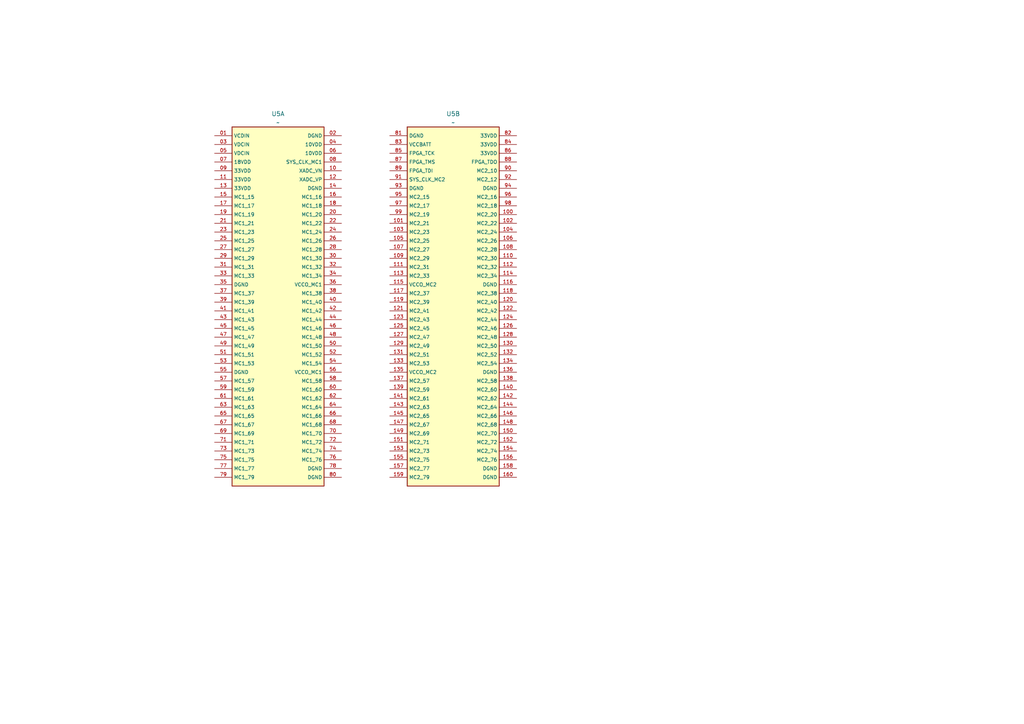
<source format=kicad_sch>
(kicad_sch (version 20231120) (generator "eeschema") (generator_version "8.0")
  (paper "A4")
  (lib_symbols
    (symbol "AVLSI:opal_kelly_XEM7310_header"
      (property "Reference" "U" (at -6.858 52.07 0))
      (symbol "opal_kelly_XEM7310_header_0_0"
        (rectangle (start -12.7 50.8) (end 13.97 -53.34) (stroke (width 0.254)) (fill (type background)))
      )
      (symbol "opal_kelly_XEM7310_header_1_0"
        (pin passive line (at -17.78 48.26 0) (length 5.08) (name "VCDIN") (number "01"))
        (pin passive line (at 19.05 48.26 180) (length 5.08) (name "DGND") (number "02"))
        (pin passive line (at -17.78 45.72 0) (length 5.08) (name "VDCIN") (number "03"))
        (pin passive line (at 19.05 45.72 180) (length 5.08) (name "10VDD") (number "04"))
        (pin passive line (at -17.78 43.18 0) (length 5.08) (name "VDCIN") (number "05"))
        (pin passive line (at 19.05 43.18 180) (length 5.08) (name "10VDD") (number "06"))
        (pin passive line (at -17.78 40.64 0) (length 5.08) (name "18VDD") (number "07"))
        (pin passive line (at 19.05 40.64 180) (length 5.08) (name "SYS_CLK_MC1") (number "08"))
        (pin passive line (at -17.78 38.1 0) (length 5.08) (name "33VDD") (number "09"))
        (pin passive line (at 19.05 38.1 180) (length 5.08) (name "XADC_VN") (number "10"))
        (pin passive line (at -17.78 35.56 0) (length 5.08) (name "33VDD") (number "11"))
        (pin passive line (at 19.05 35.56 180) (length 5.08) (name "XADC_VP") (number "12"))
        (pin passive line (at -17.78 33.02 0) (length 5.08) (name "33VDD") (number "13"))
        (pin passive line (at 19.05 33.02 180) (length 5.08) (name "DGND") (number "14"))
        (pin passive line (at -17.78 30.48 0) (length 5.08) (name "MC1_15") (number "15"))
        (pin passive line (at 19.05 30.48 180) (length 5.08) (name "MC1_16") (number "16"))
        (pin passive line (at -17.78 27.94 0) (length 5.08) (name "MC1_17") (number "17"))
        (pin passive line (at 19.05 27.94 180) (length 5.08) (name "MC1_18") (number "18"))
        (pin passive line (at -17.78 25.4 0) (length 5.08) (name "MC1_19") (number "19"))
        (pin passive line (at 19.05 25.4 180) (length 5.08) (name "MC1_20") (number "20"))
        (pin passive line (at -17.78 22.86 0) (length 5.08) (name "MC1_21") (number "21"))
        (pin passive line (at 19.05 22.86 180) (length 5.08) (name "MC1_22") (number "22"))
        (pin passive line (at -17.78 20.32 0) (length 5.08) (name "MC1_23") (number "23"))
        (pin passive line (at 19.05 20.32 180) (length 5.08) (name "MC1_24") (number "24"))
        (pin passive line (at -17.78 17.78 0) (length 5.08) (name "MC1_25") (number "25"))
        (pin passive line (at 19.05 17.78 180) (length 5.08) (name "MC1_26") (number "26"))
        (pin passive line (at -17.78 15.24 0) (length 5.08) (name "MC1_27") (number "27"))
        (pin passive line (at 19.05 15.24 180) (length 5.08) (name "MC1_28") (number "28"))
        (pin passive line (at -17.78 12.7 0) (length 5.08) (name "MC1_29") (number "29"))
        (pin passive line (at 19.05 12.7 180) (length 5.08) (name "MC1_30") (number "30"))
        (pin passive line (at -17.78 10.16 0) (length 5.08) (name "MC1_31") (number "31"))
        (pin passive line (at 19.05 10.16 180) (length 5.08) (name "MC1_32") (number "32"))
        (pin passive line (at -17.78 7.62 0) (length 5.08) (name "MC1_33") (number "33"))
        (pin passive line (at 19.05 7.62 180) (length 5.08) (name "MC1_34") (number "34"))
        (pin passive line (at -17.78 5.08 0) (length 5.08) (name "DGND") (number "35"))
        (pin passive line (at 19.05 5.08 180) (length 5.08) (name "VCCO_MC1") (number "36"))
        (pin passive line (at -17.78 2.54 0) (length 5.08) (name "MC1_37") (number "37"))
        (pin passive line (at 19.05 2.54 180) (length 5.08) (name "MC1_38") (number "38"))
        (pin passive line (at -17.78 0 0) (length 5.08) (name "MC1_39") (number "39"))
        (pin passive line (at 19.05 0 180) (length 5.08) (name "MC1_40") (number "40"))
        (pin passive line (at -17.78 -2.54 0) (length 5.08) (name "MC1_41") (number "41"))
        (pin passive line (at 19.05 -2.54 180) (length 5.08) (name "MC1_42") (number "42"))
        (pin passive line (at -17.78 -5.08 0) (length 5.08) (name "MC1_43") (number "43"))
        (pin passive line (at 19.05 -5.08 180) (length 5.08) (name "MC1_44") (number "44"))
        (pin passive line (at -17.78 -7.62 0) (length 5.08) (name "MC1_45") (number "45"))
        (pin passive line (at 19.05 -7.62 180) (length 5.08) (name "MC1_46") (number "46"))
        (pin passive line (at -17.78 -10.16 0) (length 5.08) (name "MC1_47") (number "47"))
        (pin passive line (at 19.05 -10.16 180) (length 5.08) (name "MC1_48") (number "48"))
        (pin passive line (at -17.78 -12.7 0) (length 5.08) (name "MC1_49") (number "49"))
        (pin passive line (at 19.05 -12.7 180) (length 5.08) (name "MC1_50") (number "50"))
        (pin passive line (at -17.78 -15.24 0) (length 5.08) (name "MC1_51") (number "51"))
        (pin passive line (at 19.05 -15.24 180) (length 5.08) (name "MC1_52") (number "52"))
        (pin passive line (at -17.78 -17.78 0) (length 5.08) (name "MC1_53") (number "53"))
        (pin passive line (at 19.05 -17.78 180) (length 5.08) (name "MC1_54") (number "54"))
        (pin passive line (at -17.78 -20.32 0) (length 5.08) (name "DGND") (number "55"))
        (pin passive line (at 19.05 -20.32 180) (length 5.08) (name "VCCO_MC1") (number "56"))
        (pin passive line (at -17.78 -22.86 0) (length 5.08) (name "MC1_57") (number "57"))
        (pin passive line (at 19.05 -22.86 180) (length 5.08) (name "MC1_58") (number "58"))
        (pin passive line (at -17.78 -25.4 0) (length 5.08) (name "MC1_59") (number "59"))
        (pin passive line (at 19.05 -25.4 180) (length 5.08) (name "MC1_60") (number "60"))
        (pin passive line (at -17.78 -27.94 0) (length 5.08) (name "MC1_61") (number "61"))
        (pin passive line (at 19.05 -27.94 180) (length 5.08) (name "MC1_62") (number "62"))
        (pin passive line (at -17.78 -30.48 0) (length 5.08) (name "MC1_63") (number "63"))
        (pin passive line (at 19.05 -30.48 180) (length 5.08) (name "MC1_64") (number "64"))
        (pin passive line (at -17.78 -33.02 0) (length 5.08) (name "MC1_65") (number "65"))
        (pin passive line (at 19.05 -33.02 180) (length 5.08) (name "MC1_66") (number "66"))
        (pin passive line (at -17.78 -35.56 0) (length 5.08) (name "MC1_67") (number "67"))
        (pin passive line (at 19.05 -35.56 180) (length 5.08) (name "MC1_68") (number "68"))
        (pin passive line (at -17.78 -38.1 0) (length 5.08) (name "MC1_69") (number "69"))
        (pin passive line (at 19.05 -38.1 180) (length 5.08) (name "MC1_70") (number "70"))
        (pin passive line (at -17.78 -40.64 0) (length 5.08) (name "MC1_71") (number "71"))
        (pin passive line (at 19.05 -40.64 180) (length 5.08) (name "MC1_72") (number "72"))
        (pin passive line (at -17.78 -43.18 0) (length 5.08) (name "MC1_73") (number "73"))
        (pin passive line (at 19.05 -43.18 180) (length 5.08) (name "MC1_74") (number "74"))
        (pin passive line (at -17.78 -45.72 0) (length 5.08) (name "MC1_75") (number "75"))
        (pin passive line (at 19.05 -45.72 180) (length 5.08) (name "MC1_76") (number "76"))
        (pin passive line (at -17.78 -48.26 0) (length 5.08) (name "MC1_77") (number "77"))
        (pin passive line (at 19.05 -48.26 180) (length 5.08) (name "DGND") (number "78"))
        (pin passive line (at -17.78 -50.8 0) (length 5.08) (name "MC1_79") (number "79"))
        (pin passive line (at 19.05 -50.8 180) (length 5.08) (name "DGND") (number "80"))
      )
      (symbol "opal_kelly_XEM7310_header_2_0"
        (pin passive line (at 19.05 25.4 180) (length 5.08) (name "MC2_20") (number "100"))
        (pin passive line (at -17.78 22.86 0) (length 5.08) (name "MC2_21") (number "101"))
        (pin passive line (at 19.05 22.86 180) (length 5.08) (name "MC2_22") (number "102"))
        (pin passive line (at -17.78 20.32 0) (length 5.08) (name "MC2_23") (number "103"))
        (pin passive line (at 19.05 20.32 180) (length 5.08) (name "MC2_24") (number "104"))
        (pin passive line (at -17.78 17.78 0) (length 5.08) (name "MC2_25") (number "105"))
        (pin passive line (at 19.05 17.78 180) (length 5.08) (name "MC2_26") (number "106"))
        (pin passive line (at -17.78 15.24 0) (length 5.08) (name "MC2_27") (number "107"))
        (pin passive line (at 19.05 15.24 180) (length 5.08) (name "MC2_28") (number "108"))
        (pin passive line (at -17.78 12.7 0) (length 5.08) (name "MC2_29") (number "109"))
        (pin passive line (at 19.05 12.7 180) (length 5.08) (name "MC2_30") (number "110"))
        (pin passive line (at -17.78 10.16 0) (length 5.08) (name "MC2_31") (number "111"))
        (pin passive line (at 19.05 10.16 180) (length 5.08) (name "MC2_32") (number "112"))
        (pin passive line (at -17.78 7.62 0) (length 5.08) (name "MC2_33") (number "113"))
        (pin passive line (at 19.05 7.62 180) (length 5.08) (name "MC2_34") (number "114"))
        (pin passive line (at -17.78 5.08 0) (length 5.08) (name "VCCO_MC2") (number "115"))
        (pin passive line (at 19.05 5.08 180) (length 5.08) (name "DGND") (number "116"))
        (pin passive line (at -17.78 2.54 0) (length 5.08) (name "MC2_37") (number "117"))
        (pin passive line (at 19.05 2.54 180) (length 5.08) (name "MC2_38") (number "118"))
        (pin passive line (at -17.78 0 0) (length 5.08) (name "MC2_39") (number "119"))
        (pin passive line (at 19.05 0 180) (length 5.08) (name "MC2_40") (number "120"))
        (pin passive line (at -17.78 -2.54 0) (length 5.08) (name "MC2_41") (number "121"))
        (pin passive line (at 19.05 -2.54 180) (length 5.08) (name "MC2_42") (number "122"))
        (pin passive line (at -17.78 -5.08 0) (length 5.08) (name "MC2_43") (number "123"))
        (pin passive line (at 19.05 -5.08 180) (length 5.08) (name "MC2_44") (number "124"))
        (pin passive line (at -17.78 -7.62 0) (length 5.08) (name "MC2_45") (number "125"))
        (pin passive line (at 19.05 -7.62 180) (length 5.08) (name "MC2_46") (number "126"))
        (pin passive line (at -17.78 -10.16 0) (length 5.08) (name "MC2_47") (number "127"))
        (pin passive line (at 19.05 -10.16 180) (length 5.08) (name "MC2_48") (number "128"))
        (pin passive line (at -17.78 -12.7 0) (length 5.08) (name "MC2_49") (number "129"))
        (pin passive line (at 19.05 -12.7 180) (length 5.08) (name "MC2_50") (number "130"))
        (pin passive line (at -17.78 -15.24 0) (length 5.08) (name "MC2_51") (number "131"))
        (pin passive line (at 19.05 -15.24 180) (length 5.08) (name "MC2_52") (number "132"))
        (pin passive line (at -17.78 -17.78 0) (length 5.08) (name "MC2_53") (number "133"))
        (pin passive line (at 19.05 -17.78 180) (length 5.08) (name "MC2_54") (number "134"))
        (pin passive line (at -17.78 -20.32 0) (length 5.08) (name "VCCO_MC2") (number "135"))
        (pin passive line (at 19.05 -20.32 180) (length 5.08) (name "DGND") (number "136"))
        (pin passive line (at -17.78 -22.86 0) (length 5.08) (name "MC2_57") (number "137"))
        (pin passive line (at 19.05 -22.86 180) (length 5.08) (name "MC2_58") (number "138"))
        (pin passive line (at -17.78 -25.4 0) (length 5.08) (name "MC2_59") (number "139"))
        (pin passive line (at 19.05 -25.4 180) (length 5.08) (name "MC2_60") (number "140"))
        (pin passive line (at -17.78 -27.94 0) (length 5.08) (name "MC2_61") (number "141"))
        (pin passive line (at 19.05 -27.94 180) (length 5.08) (name "MC2_62") (number "142"))
        (pin passive line (at -17.78 -30.48 0) (length 5.08) (name "MC2_63") (number "143"))
        (pin passive line (at 19.05 -30.48 180) (length 5.08) (name "MC2_64") (number "144"))
        (pin passive line (at -17.78 -33.02 0) (length 5.08) (name "MC2_65") (number "145"))
        (pin passive line (at 19.05 -33.02 180) (length 5.08) (name "MC2_66") (number "146"))
        (pin passive line (at -17.78 -35.56 0) (length 5.08) (name "MC2_67") (number "147"))
        (pin passive line (at 19.05 -35.56 180) (length 5.08) (name "MC2_68") (number "148"))
        (pin passive line (at -17.78 -38.1 0) (length 5.08) (name "MC2_69") (number "149"))
        (pin passive line (at 19.05 -38.1 180) (length 5.08) (name "MC2_70") (number "150"))
        (pin passive line (at -17.78 -40.64 0) (length 5.08) (name "MC2_71") (number "151"))
        (pin passive line (at 19.05 -40.64 180) (length 5.08) (name "MC2_72") (number "152"))
        (pin passive line (at -17.78 -43.18 0) (length 5.08) (name "MC2_73") (number "153"))
        (pin passive line (at 19.05 -43.18 180) (length 5.08) (name "MC2_74") (number "154"))
        (pin passive line (at -17.78 -45.72 0) (length 5.08) (name "MC2_75") (number "155"))
        (pin passive line (at 19.05 -45.72 180) (length 5.08) (name "MC2_76") (number "156"))
        (pin passive line (at -17.78 -48.26 0) (length 5.08) (name "MC2_77") (number "157"))
        (pin passive line (at 19.05 -48.26 180) (length 5.08) (name "DGND") (number "158"))
        (pin passive line (at -17.78 -50.8 0) (length 5.08) (name "MC2_79") (number "159"))
        (pin passive line (at 19.05 -50.8 180) (length 5.08) (name "DGND") (number "160"))
        (pin passive line (at -17.78 48.26 0) (length 5.08) (name "DGND") (number "81"))
        (pin passive line (at 19.05 48.26 180) (length 5.08) (name "33VDD") (number "82"))
        (pin passive line (at -17.78 45.72 0) (length 5.08) (name "VCCBATT") (number "83"))
        (pin passive line (at 19.05 45.72 180) (length 5.08) (name "33VDD") (number "84"))
        (pin passive line (at -17.78 43.18 0) (length 5.08) (name "FPGA_TCK") (number "85"))
        (pin passive line (at 19.05 43.18 180) (length 5.08) (name "33VDD") (number "86"))
        (pin passive line (at -17.78 40.64 0) (length 5.08) (name "FPGA_TMS") (number "87"))
        (pin passive line (at 19.05 40.64 180) (length 5.08) (name "FPGA_TDO") (number "88"))
        (pin passive line (at -17.78 38.1 0) (length 5.08) (name "FPGA_TDI") (number "89"))
        (pin passive line (at 19.05 38.1 180) (length 5.08) (name "MC2_10") (number "90"))
        (pin passive line (at -17.78 35.56 0) (length 5.08) (name "SYS_CLK_MC2") (number "91"))
        (pin passive line (at 19.05 35.56 180) (length 5.08) (name "MC2_12") (number "92"))
        (pin passive line (at -17.78 33.02 0) (length 5.08) (name "DGND") (number "93"))
        (pin passive line (at 19.05 33.02 180) (length 5.08) (name "DGND") (number "94"))
        (pin passive line (at -17.78 30.48 0) (length 5.08) (name "MC2_15") (number "95"))
        (pin passive line (at 19.05 30.48 180) (length 5.08) (name "MC2_16") (number "96"))
        (pin passive line (at -17.78 27.94 0) (length 5.08) (name "MC2_17") (number "97"))
        (pin passive line (at 19.05 27.94 180) (length 5.08) (name "MC2_18") (number "98"))
        (pin passive line (at -17.78 25.4 0) (length 5.08) (name "MC2_19") (number "99"))
      )
    )
  )
  (symbol (lib_id "AVLSI:opal_kelly_XEM7310_header") (at 130.81 87.63 0) (unit 2)
    (property "Reference" "U5" (at 131.445 33.02 0))
    (property "Value" "~" (at 131.445 35.56 0))
    (property "Footprint" "avlsi:opal_kelly_XEM7310_header" (effects (hide yes)))
    (instances (project "power_board" (path "" (reference "U5") (unit 2)) (path "" (reference "U7") (unit 2)) (path "" (reference "U6") (unit 2))))
  )
  (symbol (lib_id "AVLSI:opal_kelly_XEM7310_header") (at 80.01 87.63 0) (unit 1)
    (property "Reference" "U5" (at 80.645 33.02 0))
    (property "Value" "~" (at 80.645 35.56 0))
    (property "Footprint" "avlsi:opal_kelly_XEM7310_header" (effects (hide yes)))
    (instances (project "power_board" (path "" (reference "U5") (unit 1)) (path "" (reference "U7") (unit 1)) (path "" (reference "U6") (unit 1))))
  )
)
</source>
